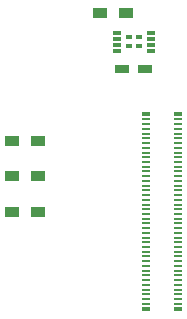
<source format=gbp>
G04 #@! TF.FileFunction,Paste,Bot*
%FSLAX46Y46*%
G04 Gerber Fmt 4.6, Leading zero omitted, Abs format (unit mm)*
G04 Created by KiCad (PCBNEW 4.0.1-stable) date Tuesday, April 12, 2016 'PMt' 11:18:50 PM*
%MOMM*%
G01*
G04 APERTURE LIST*
%ADD10C,0.100000*%
%ADD11R,0.660000X0.230000*%
%ADD12R,0.660000X0.350000*%
%ADD13R,1.200000X0.750000*%
%ADD14R,0.750000X0.300000*%
%ADD15R,0.525000X0.435000*%
%ADD16R,1.200000X0.900000*%
G04 APERTURE END LIST*
D10*
D11*
X161005000Y-115800000D03*
X158295000Y-115800000D03*
X161005000Y-100200000D03*
X158295000Y-100200000D03*
X161005000Y-115400000D03*
X161005000Y-115000000D03*
X161005000Y-114600000D03*
X161005000Y-114200000D03*
X161005000Y-113800000D03*
X161005000Y-113400000D03*
X161005000Y-113000000D03*
X161005000Y-112600000D03*
X161005000Y-112200000D03*
X161005000Y-111800000D03*
X161005000Y-111400000D03*
X161005000Y-111000000D03*
X161005000Y-110600000D03*
X161005000Y-110200000D03*
X161005000Y-109800000D03*
X161005000Y-109400000D03*
X161005000Y-109000000D03*
X161005000Y-108600000D03*
X161005000Y-108200000D03*
X161005000Y-107800000D03*
X161005000Y-107400000D03*
X161005000Y-107000000D03*
X161005000Y-106600000D03*
X161005000Y-106200000D03*
X161005000Y-105800000D03*
X161005000Y-105400000D03*
X161005000Y-105000000D03*
X161005000Y-104600000D03*
X161005000Y-104200000D03*
X161005000Y-103800000D03*
X161005000Y-103400000D03*
X161005000Y-103000000D03*
X161005000Y-102600000D03*
X161005000Y-102200000D03*
X161005000Y-101800000D03*
X161005000Y-101400000D03*
X161005000Y-101000000D03*
X161005000Y-100600000D03*
D12*
X161005000Y-99725000D03*
X158295000Y-99725000D03*
X161005000Y-116275000D03*
X158295000Y-116275000D03*
D11*
X158295000Y-100600000D03*
X158295000Y-101000000D03*
X158295000Y-101400000D03*
X158295000Y-101800000D03*
X158295000Y-102200000D03*
X158295000Y-102600000D03*
X158295000Y-103000000D03*
X158295000Y-103400000D03*
X158295000Y-103800000D03*
X158295000Y-104200000D03*
X158295000Y-104600000D03*
X158295000Y-105000000D03*
X158295000Y-105400000D03*
X158295000Y-105800000D03*
X158295000Y-106200000D03*
X158295000Y-106600000D03*
X158295000Y-107000000D03*
X158295000Y-107400000D03*
X158295000Y-107800000D03*
X158295000Y-108200000D03*
X158295000Y-108600000D03*
X158295000Y-109000000D03*
X158295000Y-109400000D03*
X158295000Y-109800000D03*
X158295000Y-110200000D03*
X158295000Y-110600000D03*
X158295000Y-111000000D03*
X158295000Y-111400000D03*
X158295000Y-111800000D03*
X158295000Y-112200000D03*
X158295000Y-112600000D03*
X158295000Y-113000000D03*
X158295000Y-113400000D03*
X158295000Y-113800000D03*
X158295000Y-114200000D03*
X158295000Y-114600000D03*
X158295000Y-115000000D03*
X158295000Y-115400000D03*
D13*
X156250000Y-95900000D03*
X158150000Y-95900000D03*
D14*
X158712500Y-92862500D03*
X158712500Y-93362500D03*
X158712500Y-93862500D03*
X158712500Y-94362500D03*
X155812500Y-94362500D03*
X155812500Y-93862500D03*
X155812500Y-93362500D03*
X155812500Y-92862500D03*
D15*
X156825000Y-93975000D03*
X156825000Y-93250000D03*
X157700000Y-93975000D03*
X157700000Y-93250000D03*
D16*
X156550000Y-91200000D03*
X154350000Y-91200000D03*
X149100000Y-108000000D03*
X146900000Y-108000000D03*
X149080400Y-105000000D03*
X146880400Y-105000000D03*
X149113600Y-102000000D03*
X146913600Y-102000000D03*
M02*

</source>
